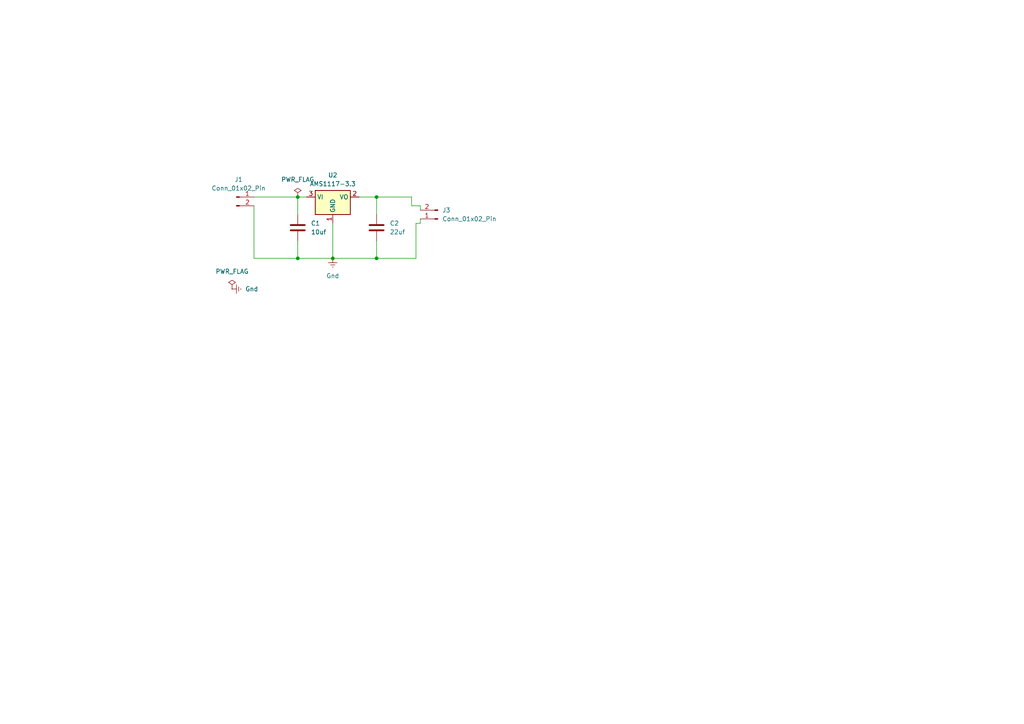
<source format=kicad_sch>
(kicad_sch (version 20231120) (generator "eeschema") (generator_version "8.0")
  (paper "A4")
  (lib_symbols
    (symbol "Connector:Conn_01x02_Pin" (pin_names (offset 1.016) hide)
      (property "Reference" "J" (at 0 2.54 0))
      (property "Value" "Conn_01x02_Pin" (at 0 -5.08 0))
      (symbol "Conn_01x02_Pin_1_1"
        (polyline (pts (xy 1.27 -2.54) (xy 0.8636 -2.54)) (stroke (width 0.1524)))
        (polyline (pts (xy 1.27 0) (xy 0.8636 0)) (stroke (width 0.1524)))
        (rectangle (start 0.8636 -2.413) (end 0 -2.667) (stroke (width 0.1524)) (fill (type outline)))
        (rectangle (start 0.8636 0.127) (end 0 -0.127) (stroke (width 0.1524)) (fill (type outline)))
        (pin passive line (at 5.08 0 180) (length 3.81) (name "Pin_1") (number "1"))
        (pin passive line (at 5.08 -2.54 180) (length 3.81) (name "Pin_2") (number "2"))
      )
    )
    (symbol "Device:C" (pin_numbers hide) (pin_names (offset 0.254))
      (property "Reference" "C" (at 0.635 2.54 0))
      (property "Value" "C" (at 0.635 -2.54 0))
      (symbol "C_0_1"
        (polyline (pts (xy -2.032 -0.762) (xy 2.032 -0.762)) (stroke (width 0.508)))
        (polyline (pts (xy -2.032 0.762) (xy 2.032 0.762)) (stroke (width 0.508)))
      )
      (symbol "C_1_1"
        (pin passive line (at 0 3.81 270) (length 2.794) (name "~") (number "1"))
        (pin passive line (at 0 -3.81 90) (length 2.794) (name "~") (number "2"))
      )
    )
    (symbol "Regulator_Linear:AMS1117-3.3"
      (property "Reference" "U" (at -3.81 3.175 0))
      (property "Value" "AMS1117-3.3" (at 0 3.175 0))
      (symbol "AMS1117-3.3_0_1"
        (rectangle (start -5.08 -5.08) (end 5.08 1.905) (stroke (width 0.254)) (fill (type background)))
      )
      (symbol "AMS1117-3.3_1_1"
        (pin power_in line (at 0 -7.62 90) (length 2.54) (name "GND") (number "1"))
        (pin power_out line (at 7.62 0 180) (length 2.54) (name "VO") (number "2"))
        (pin power_in line (at -7.62 0 0) (length 2.54) (name "VI") (number "3"))
      )
    )
    (symbol "power:Earth" (power) (pin_numbers hide) (pin_names (offset 0) hide)
      (property "Value" "Earth" (at 0 -3.81 0))
      (symbol "Earth_0_1"
        (polyline (pts (xy -0.635 -1.905) (xy 0.635 -1.905)))
        (polyline (pts (xy -0.127 -2.54) (xy 0.127 -2.54)))
        (polyline (pts (xy 0 -1.27) (xy 0 0)))
        (polyline (pts (xy 1.27 -1.27) (xy -1.27 -1.27)))
      )
      (symbol "Earth_1_1"
        (pin power_in line (at 0 0 270) (length 0) (name "~") (number "1"))
      )
    )
    (symbol "power:PWR_FLAG" (power) (pin_numbers hide) (pin_names (offset 0) hide)
      (property "Value" "PWR_FLAG" (at 0 3.81 0))
      (symbol "PWR_FLAG_0_0"
        (pin power_out line (at 0 0 90) (length 0) (name "~") (number "1"))
      )
      (symbol "PWR_FLAG_0_1"
        (polyline (pts (xy 0 0) (xy 0 1.27) (xy -1.016 1.905) (xy 0 2.54) (xy 1.016 1.905) (xy 0 1.27)))
      )
    )
  )
  (junction (at 86.36 57.15))
  (junction (at 96.52 74.93))
  (junction (at 109.22 57.15))
  (junction (at 109.22 74.93))
  (junction (at 86.36 74.93))
  (wire (pts (xy 121.92 64.77) (xy 121.92 63.5)))
  (wire (pts (xy 119.38 57.15) (xy 119.38 59.69)))
  (wire (pts (xy 86.36 74.93) (xy 73.66 74.93)))
  (wire (pts (xy 120.65 74.93) (xy 120.65 64.77)))
  (wire (pts (xy 73.66 59.69) (xy 73.66 74.93)))
  (wire (pts (xy 86.36 74.93) (xy 96.52 74.93)))
  (wire (pts (xy 104.14 57.15) (xy 109.22 57.15)))
  (wire (pts (xy 119.38 59.69) (xy 121.92 59.69)))
  (wire (pts (xy 109.22 57.15) (xy 109.22 62.23)))
  (wire (pts (xy 120.65 64.77) (xy 121.92 64.77)))
  (wire (pts (xy 86.36 62.23) (xy 86.36 57.15)))
  (wire (pts (xy 109.22 74.93) (xy 120.65 74.93)))
  (wire (pts (xy 86.36 69.85) (xy 86.36 74.93)))
  (wire (pts (xy 109.22 69.85) (xy 109.22 74.93)))
  (wire (pts (xy 109.22 57.15) (xy 119.38 57.15)))
  (wire (pts (xy 96.52 64.77) (xy 96.52 74.93)))
  (wire (pts (xy 73.66 57.15) (xy 86.36 57.15)))
  (wire (pts (xy 96.52 74.93) (xy 109.22 74.93)))
  (wire (pts (xy 121.92 59.69) (xy 121.92 60.96)))
  (wire (pts (xy 86.36 57.15) (xy 88.9 57.15)))
  (symbol (lib_id "Device:C") (at 109.22 66.04 0) (unit 1)
    (property "Reference" "C2" (at 113.03 64.7699 0) (effects (justify left)))
    (property "Value" "22uf" (at 113.03 67.3099 0) (effects (justify left)))
    (property "Footprint" "Capacitor_SMD:C_1206_3216Metric" (effects (hide yes)))
    (property "Description" "Unpolarized capacitor" (effects (hide yes)))
  )
  (symbol (lib_id "Regulator_Linear:AMS1117-3.3") (at 96.52 57.15 0) (unit 1)
    (property "Reference" "U2" (at 96.52 50.8 0))
    (property "Value" "AMS1117-3.3" (at 96.52 53.34 0))
    (property "Footprint" "Package_TO_SOT_SMD:SOT-223-3_TabPin2" (effects (hide yes)))
    (property "Datasheet" "http://www.advanced-monolithic.com/pdf/ds1117.pdf" (effects (hide yes)))
    (property "Description" "1A Low Dropout regulator, positive, 3.3V fixed output, SOT-223" (effects (hide yes)))
  )
  (symbol (lib_id "Connector:Conn_01x02_Pin") (at 127 63.5 180) (unit 1)
    (property "Reference" "J3" (at 128.27 60.9599 0) (effects (justify right)))
    (property "Value" "Conn_01x02_Pin" (at 128.27 63.4999 0) (effects (justify right)))
    (property "Footprint" "Connector_PinHeader_2.54mm:PinHeader_1x02_P2.54mm_Vertical" (effects (hide yes)))
    (property "Description" "Generic connector, single row, 01x02, script generated" (effects (hide yes)))
  )
  (symbol (lib_id "power:PWR_FLAG") (at 67.31 83.82 0) (unit 1)
    (property "Reference" "#FLG01" (effects (hide yes)))
    (property "Value" "PWR_FLAG" (at 67.31 78.74 0))
    (property "Description" "Special symbol for telling ERC where power comes from" (effects (hide yes)))
  )
  (symbol (lib_id "Connector:Conn_01x02_Pin") (at 68.58 57.15 0) (unit 1)
    (property "Reference" "J1" (at 69.215 52.07 0))
    (property "Value" "Conn_01x02_Pin" (at 69.215 54.61 0))
    (property "Footprint" "Connector_PinHeader_2.54mm:PinHeader_1x02_P2.54mm_Horizontal" (effects (hide yes)))
    (property "Description" "Generic connector, single row, 01x02, script generated" (effects (hide yes)))
  )
  (symbol (lib_id "power:Earth") (at 67.31 83.82 90) (unit 1)
    (property "Reference" "#PWR02" (effects (hide yes)))
    (property "Value" "Gnd" (at 71.12 83.8199 90) (effects (justify right)))
    (property "Description" "Power symbol creates a global label with name \"Earth\"" (effects (hide yes)))
  )
  (symbol (lib_id "Device:C") (at 86.36 66.04 0) (unit 1)
    (property "Reference" "C1" (at 90.17 64.7699 0) (effects (justify left)))
    (property "Value" "10uf" (at 90.17 67.3099 0) (effects (justify left)))
    (property "Footprint" "Capacitor_SMD:C_0805_2012Metric_Pad1.18x1.45mm_HandSolder" (effects (hide yes)))
    (property "Description" "Unpolarized capacitor" (effects (hide yes)))
  )
  (symbol (lib_id "power:Earth") (at 96.52 74.93 0) (unit 1)
    (property "Reference" "#PWR01" (effects (hide yes)))
    (property "Value" "Gnd" (at 96.52 80.01 0))
    (property "Description" "Power symbol creates a global label with name \"Earth\"" (effects (hide yes)))
  )
  (symbol (lib_id "power:PWR_FLAG") (at 86.36 57.15 0) (unit 1)
    (property "Reference" "#FLG02" (effects (hide yes)))
    (property "Value" "PWR_FLAG" (at 86.36 52.07 0))
    (property "Description" "Special symbol for telling ERC where power comes from" (effects (hide yes)))
  )
)
</source>
